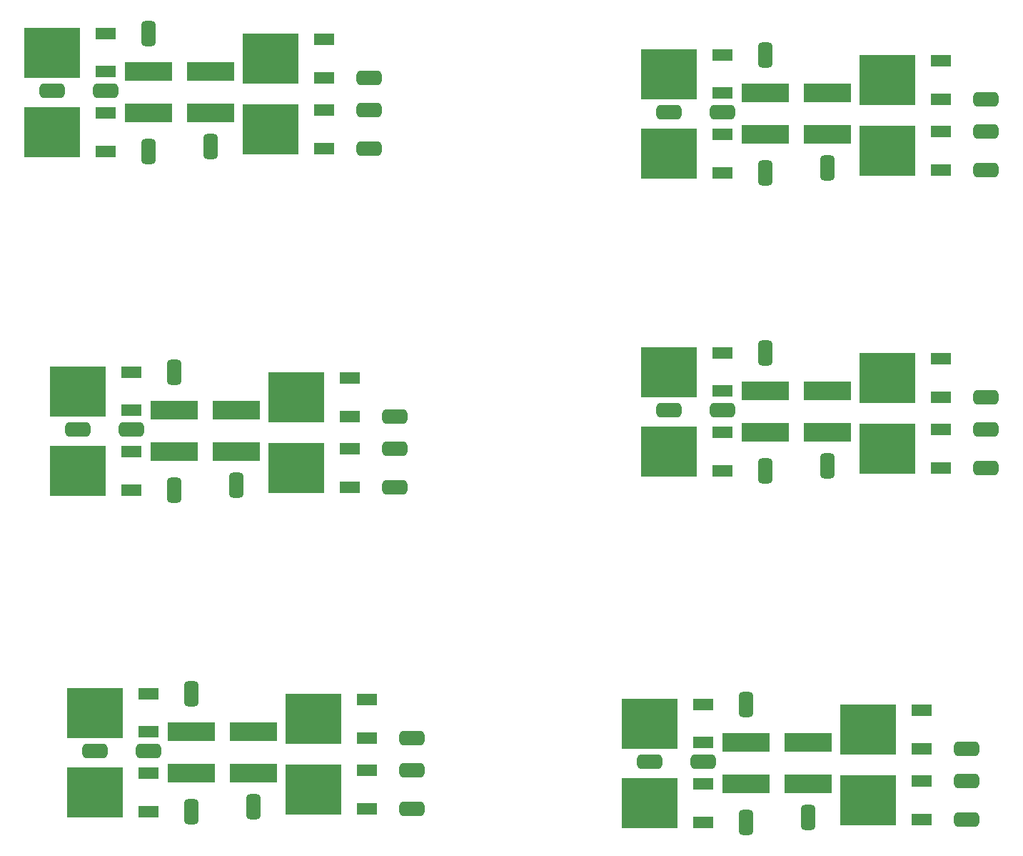
<source format=gts>
G04 Layer_Color=8388736*
%FSLAX25Y25*%
%MOIN*%
G70*
G01*
G75*
%ADD20R,0.09461X0.05524*%
%ADD21R,0.25997X0.23635*%
%ADD22R,0.22060X0.08674*%
G04:AMPARAMS|DCode=23|XSize=68.24mil|YSize=118.04mil|CornerRadius=19.06mil|HoleSize=0mil|Usage=FLASHONLY|Rotation=90.000|XOffset=0mil|YOffset=0mil|HoleType=Round|Shape=RoundedRectangle|*
%AMROUNDEDRECTD23*
21,1,0.06824,0.07992,0,0,90.0*
21,1,0.03012,0.11804,0,0,90.0*
1,1,0.03812,0.03996,0.01506*
1,1,0.03812,0.03996,-0.01506*
1,1,0.03812,-0.03996,-0.01506*
1,1,0.03812,-0.03996,0.01506*
%
%ADD23ROUNDEDRECTD23*%
G04:AMPARAMS|DCode=24|XSize=68.24mil|YSize=118.04mil|CornerRadius=19.06mil|HoleSize=0mil|Usage=FLASHONLY|Rotation=0.000|XOffset=0mil|YOffset=0mil|HoleType=Round|Shape=RoundedRectangle|*
%AMROUNDEDRECTD24*
21,1,0.06824,0.07992,0,0,0.0*
21,1,0.03012,0.11804,0,0,0.0*
1,1,0.03812,0.01506,-0.03996*
1,1,0.03812,-0.01506,-0.03996*
1,1,0.03812,-0.01506,0.03996*
1,1,0.03812,0.01506,0.03996*
%
%ADD24ROUNDEDRECTD24*%
D20*
X-99197Y462976D02*
D03*
Y445024D02*
D03*
X-201197Y465681D02*
D03*
Y447728D02*
D03*
Y428437D02*
D03*
Y410484D02*
D03*
X-99197Y429976D02*
D03*
Y412024D02*
D03*
Y290976D02*
D03*
Y273024D02*
D03*
X-201197Y289437D02*
D03*
Y271484D02*
D03*
X-99197Y323976D02*
D03*
Y306024D02*
D03*
X-201197Y326681D02*
D03*
Y308728D02*
D03*
X-108197Y126976D02*
D03*
Y109024D02*
D03*
X-210197Y125437D02*
D03*
Y107484D02*
D03*
X-108197Y159976D02*
D03*
Y142024D02*
D03*
X-210197Y162681D02*
D03*
Y144728D02*
D03*
X-387197Y439976D02*
D03*
Y422024D02*
D03*
X-489197Y438437D02*
D03*
Y420484D02*
D03*
X-387197Y472976D02*
D03*
Y455024D02*
D03*
X-489197Y475681D02*
D03*
Y457728D02*
D03*
X-375197Y281976D02*
D03*
Y264024D02*
D03*
X-477197Y280437D02*
D03*
Y262484D02*
D03*
X-375197Y314976D02*
D03*
Y297024D02*
D03*
X-477197Y317681D02*
D03*
Y299728D02*
D03*
X-367197Y131976D02*
D03*
Y114024D02*
D03*
X-469197Y130437D02*
D03*
Y112484D02*
D03*
X-367197Y164976D02*
D03*
Y147024D02*
D03*
X-469197Y167681D02*
D03*
Y149728D02*
D03*
D21*
X-124000Y454000D02*
D03*
X-226000Y456705D02*
D03*
Y419461D02*
D03*
X-124000Y421000D02*
D03*
Y282000D02*
D03*
X-226000Y280461D02*
D03*
X-124000Y315000D02*
D03*
X-226000Y317705D02*
D03*
X-133000Y118000D02*
D03*
X-235000Y116461D02*
D03*
X-133000Y151000D02*
D03*
X-235000Y153705D02*
D03*
X-412000Y431000D02*
D03*
X-514000Y429461D02*
D03*
X-412000Y464000D02*
D03*
X-514000Y466705D02*
D03*
X-400000Y273000D02*
D03*
X-502000Y271461D02*
D03*
X-400000Y306000D02*
D03*
X-502000Y308705D02*
D03*
X-392000Y123000D02*
D03*
X-494000Y121461D02*
D03*
X-392000Y156000D02*
D03*
X-494000Y158705D02*
D03*
D22*
X-181000Y428437D02*
D03*
Y447728D02*
D03*
X-152000Y428437D02*
D03*
Y447728D02*
D03*
Y289437D02*
D03*
Y308728D02*
D03*
X-181000Y289437D02*
D03*
Y308728D02*
D03*
X-161000Y125437D02*
D03*
Y144728D02*
D03*
X-190000Y125437D02*
D03*
Y144728D02*
D03*
X-440000Y438437D02*
D03*
Y457728D02*
D03*
X-469000Y438437D02*
D03*
Y457728D02*
D03*
X-428000Y280437D02*
D03*
Y299728D02*
D03*
X-457000Y280437D02*
D03*
Y299728D02*
D03*
X-420000Y130437D02*
D03*
Y149728D02*
D03*
X-449000Y130437D02*
D03*
Y149728D02*
D03*
D23*
X-226000Y438732D02*
D03*
X-78000Y412024D02*
D03*
Y429976D02*
D03*
Y445024D02*
D03*
X-201197Y438732D02*
D03*
Y299732D02*
D03*
X-78000Y306024D02*
D03*
Y290976D02*
D03*
Y273024D02*
D03*
X-226000Y299732D02*
D03*
X-210197Y135732D02*
D03*
X-87000Y142024D02*
D03*
Y126976D02*
D03*
Y109024D02*
D03*
X-235000Y135732D02*
D03*
X-489197Y448732D02*
D03*
X-366000Y455024D02*
D03*
Y439976D02*
D03*
Y422024D02*
D03*
X-514000Y448732D02*
D03*
X-477197Y290732D02*
D03*
X-354000Y297024D02*
D03*
Y281976D02*
D03*
Y264024D02*
D03*
X-502000Y290732D02*
D03*
X-469197Y140732D02*
D03*
X-346000Y147024D02*
D03*
Y131976D02*
D03*
Y114024D02*
D03*
X-494000Y140732D02*
D03*
D24*
X-181000Y410484D02*
D03*
X-152000Y413024D02*
D03*
X-181000Y465681D02*
D03*
Y326681D02*
D03*
X-152000Y274024D02*
D03*
X-181000Y271484D02*
D03*
X-190000Y162681D02*
D03*
X-161000Y110024D02*
D03*
X-190000Y107484D02*
D03*
X-469000Y475681D02*
D03*
X-440000Y423024D02*
D03*
X-469000Y420484D02*
D03*
X-457000Y317681D02*
D03*
X-428000Y265024D02*
D03*
X-457000Y262484D02*
D03*
X-449000Y167681D02*
D03*
X-420000Y115024D02*
D03*
X-449000Y112484D02*
D03*
M02*

</source>
